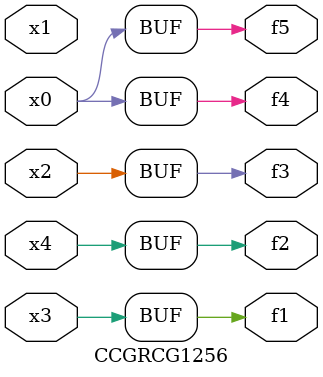
<source format=v>
module CCGRCG1256(
	input x0, x1, x2, x3, x4,
	output f1, f2, f3, f4, f5
);
	assign f1 = x3;
	assign f2 = x4;
	assign f3 = x2;
	assign f4 = x0;
	assign f5 = x0;
endmodule

</source>
